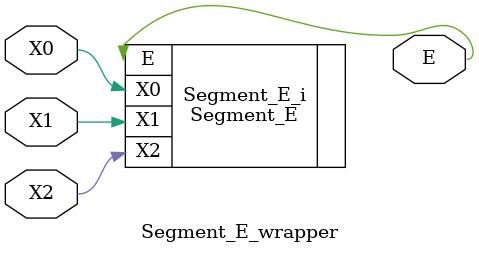
<source format=v>
`timescale 1 ps / 1 ps

module Segment_E_wrapper
   (E,
    X0,
    X1,
    X2);
  output E;
  input X0;
  input X1;
  input X2;

  wire E;
  wire X0;
  wire X1;
  wire X2;

  Segment_E Segment_E_i
       (.E(E),
        .X0(X0),
        .X1(X1),
        .X2(X2));
endmodule

</source>
